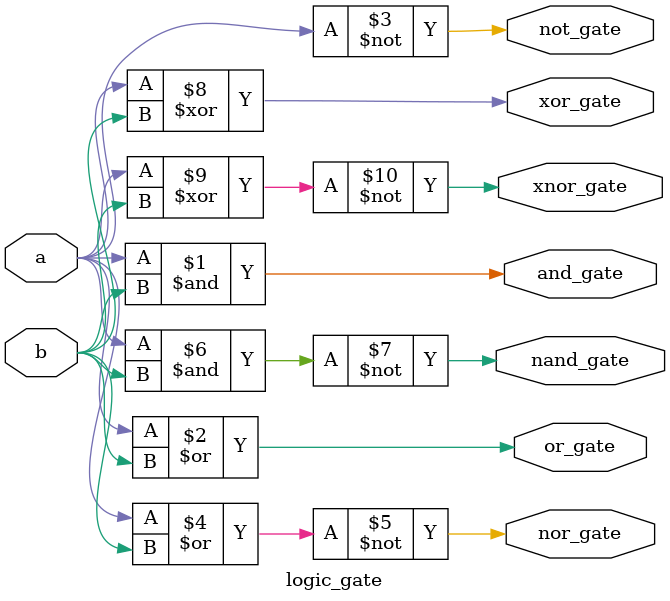
<source format=v>
`timescale 1ns / 1ps

module logic_gate (
    input a, b,
    output and_gate,
    output or_gate,
    output not_gate,
    output nor_gate,
    output nand_gate,
    output xor_gate,
    output xnor_gate
);


assign and_gate = a & b;
assign or_gate = a | b;
assign not_gate = ~a;
assign nor_gate = ~(a | b);
assign nand_gate = ~(a & b);
assign xor_gate = a ^ b;
assign xnor_gate = ~(a ^ b);

endmodule
</source>
